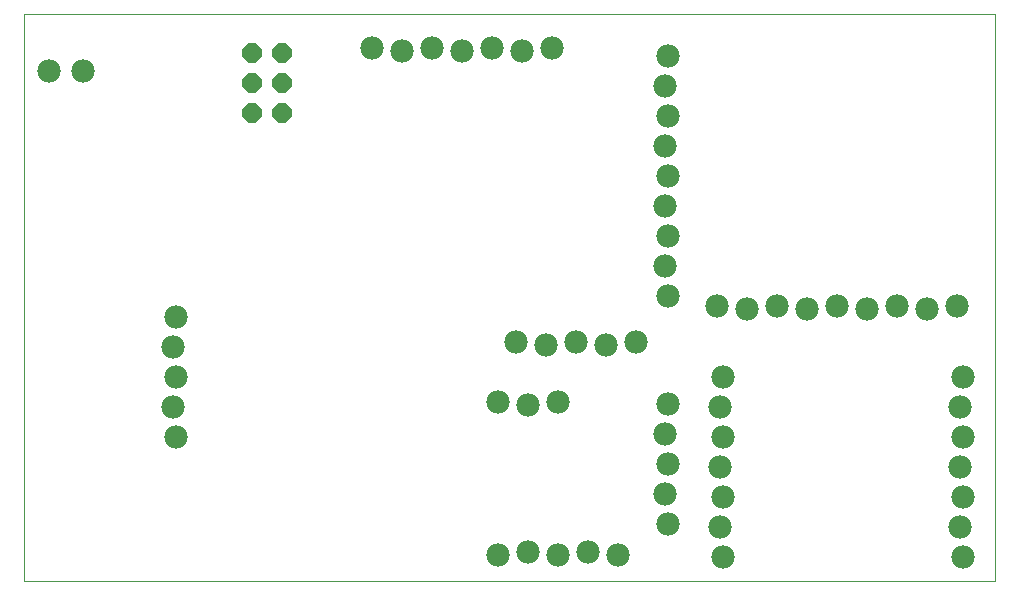
<source format=gbs>
G75*
G70*
%OFA0B0*%
%FSLAX24Y24*%
%IPPOS*%
%LPD*%
%AMOC8*
5,1,8,0,0,1.08239X$1,22.5*
%
%ADD10C,0.0000*%
%ADD11OC8,0.0650*%
%ADD12C,0.0780*%
D10*
X000628Y000100D02*
X000628Y018996D01*
X032998Y018996D01*
X032998Y000100D01*
X000628Y000100D01*
D11*
X008228Y015700D03*
X009228Y015700D03*
X009228Y016700D03*
X008228Y016700D03*
X008228Y017700D03*
X009228Y017700D03*
D12*
X012228Y017850D03*
X013228Y017750D03*
X014228Y017850D03*
X015228Y017750D03*
X016228Y017850D03*
X017228Y017750D03*
X018228Y017850D03*
X022078Y017600D03*
X021978Y016600D03*
X022078Y015600D03*
X021978Y014600D03*
X022078Y013600D03*
X021978Y012600D03*
X022078Y011600D03*
X021978Y010600D03*
X022078Y009600D03*
X023728Y009250D03*
X024728Y009150D03*
X025728Y009250D03*
X026728Y009150D03*
X027728Y009250D03*
X028728Y009150D03*
X029728Y009250D03*
X030728Y009150D03*
X031728Y009250D03*
X031928Y006900D03*
X031828Y005900D03*
X031928Y004900D03*
X031828Y003900D03*
X031928Y002900D03*
X031828Y001900D03*
X031928Y000900D03*
X023928Y000900D03*
X023828Y001900D03*
X022078Y002000D03*
X021978Y003000D03*
X022078Y004000D03*
X023828Y003900D03*
X023928Y002900D03*
X023928Y004900D03*
X023828Y005900D03*
X022078Y006000D03*
X021978Y005000D03*
X023928Y006900D03*
X021028Y008050D03*
X020028Y007950D03*
X019028Y008050D03*
X018028Y007950D03*
X017028Y008050D03*
X016428Y006050D03*
X017428Y005950D03*
X018428Y006050D03*
X019428Y001050D03*
X020428Y000950D03*
X018428Y000950D03*
X017428Y001050D03*
X016428Y000950D03*
X005688Y004880D03*
X005588Y005880D03*
X005688Y006880D03*
X005588Y007880D03*
X005688Y008880D03*
X002598Y017100D03*
X001458Y017100D03*
M02*

</source>
